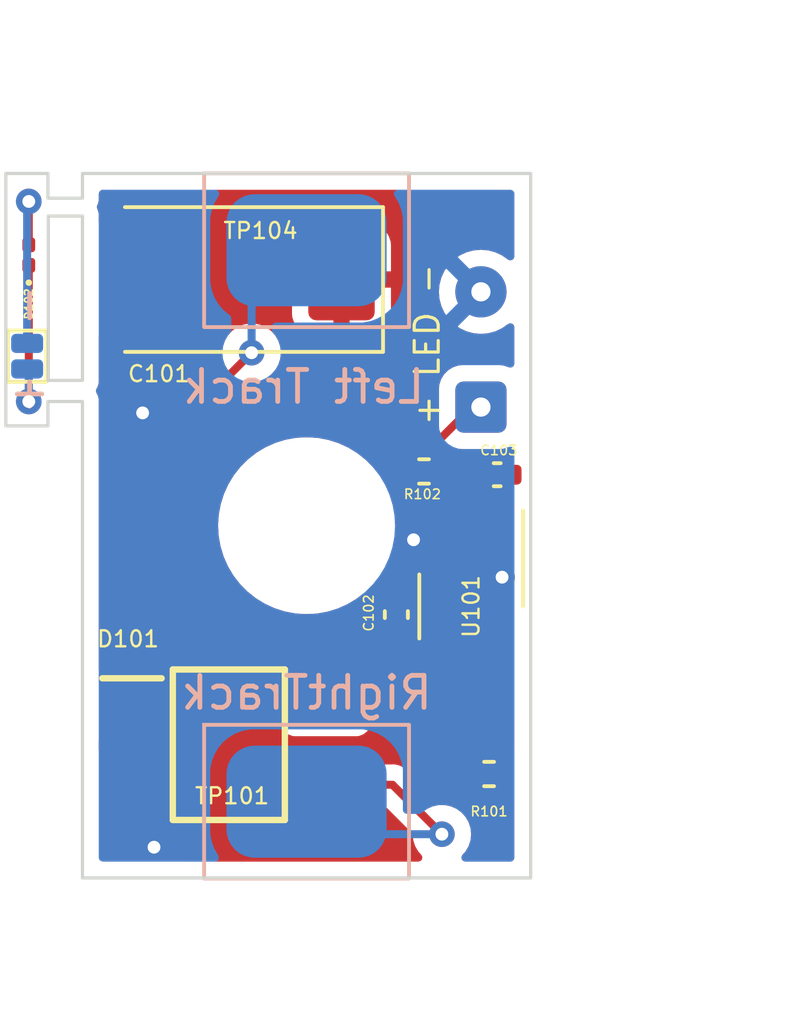
<source format=kicad_pcb>
(kicad_pcb (version 20211014) (generator pcbnew)
  (layers (0 "F.Cu" signal) (31 "B.Cu" signal) (34 "B.Paste" user) (35 "F.Paste" user) (36 "B.SilkS" user "B.Silkscreen") (37 "F.SilkS" user "F.Silkscreen") (38 "B.Mask" user) (39 "F.Mask" user) (44 "Edge.Cuts" user))
  (net 0 "")
  (net 1 "+12V")
  (net 2 "GND")
  (net 3 "Net-(C102-Pad1)")
  (net 4 "Net-(C103-Pad1)")
  (net 5 "Net-(D101-Pad3)")
  (net 6 "Net-(D101-Pad4)")
  (net 7 "Net-(D102-Pad1)")
  (net 8 "Net-(D102-Pad2)")
  (net 9 "Net-(R102-Pad1)")
  (net 10 "Net-(R102-Pad2)")
  (footprint "Pads:SolderPads_1x2_1.2mm" (layer "F.Cu") (at 140.6652 85.706)
    (fp_text reference "TP103" hide)
    (fp_text value "+  -" (at 0 -0.2 90 unlocked) (layer "B.SilkS"))
    (fp_rect (start -0.6 -0.8) (end 0.6 0.8) (layer "F.SilkS") (width 0.12) (fill none))
    (pad "1" smd roundrect (at 0 -0.4) (size 1 0.6) (layers "B.Cu" "B.Paste" "B.Mask") (net 8 "Net-(D102-Pad2)"))
    (pad "2" smd roundrect (at 0 0.4) (size 1 0.6) (layers "B.Cu" "B.Paste" "B.Mask") (net 7 "Net-(D102-Pad1)"))
  )
  (footprint "Resistor_SMD:R_0402_1005Metric" (layer "F.Cu") (at 155.0924 98.7552 180)
    (fp_text reference "R101" (at 0 -1.17) (layer "F.SilkS") (effects (font (size 0.3 0.3) (thickness 0.05))))
    (fp_text value "1M")
    (fp_line (start -0.153641 0.38) (end 0.153641 0.38) (layer "F.SilkS") (width 0.12))
    (fp_line (start -0.153641 -0.38) (end 0.153641 -0.38) (layer "F.SilkS") (width 0.12))
    (pad "1" smd roundrect (at -0.51 0 180) (size 0.54 0.64) (layers "F.Cu" "F.Paste" "F.Mask") (net 1 "+12V"))
    (pad "2" smd roundrect (at 0.51 0 180) (size 0.54 0.64) (layers "F.Cu" "F.Paste" "F.Mask") (net 4 "Net-(C103-Pad1)"))
  )
  (footprint "Capacitor_SMD:C_0402_1005Metric" (layer "F.Cu") (at 155.3464 89.408)
    (fp_text reference "C103" (at 0.0508 -0.762) (layer "F.SilkS") (effects (font (size 0.3 0.3) (thickness 0.05))))
    (fp_text value "1uf")
    (fp_line (start -0.107836 -0.36) (end 0.107836 -0.36) (layer "F.SilkS") (width 0.12))
    (fp_line (start -0.107836 0.36) (end 0.107836 0.36) (layer "F.SilkS") (width 0.12))
    (pad "1" smd roundrect (at -0.48 0) (size 0.56 0.62) (layers "F.Cu" "F.Paste" "F.Mask") (net 4 "Net-(C103-Pad1)"))
    (pad "2" smd roundrect (at 0.48 0) (size 0.56 0.62) (layers "F.Cu" "F.Paste" "F.Mask") (net 2 "GND"))
  )
  (footprint "Pads:Track Pickup Pad" (layer "F.Cu") (at 149.3924 99.6188)
    (fp_text reference "TP101" (at -2.3264 -0.1778 unlocked) (layer "F.SilkS") (effects (font (size 0.5 0.5) (thickness 0.075))))
    (fp_text value "RightTrack" (at 0 -3.4 unlocked) (layer "B.SilkS") (effects (justify mirror)))
    (fp_rect (start -3.2 -2.4) (end 3.2 2.4) (layer "B.SilkS") (width 0.12) (fill none))
    (pad "1" smd roundrect (at 0 0) (size 5 3.5) (layers "B.Cu" "B.Paste" "B.Mask") (net 5 "Net-(D101-Pad3)"))
  )
  (footprint "LED_SMD:LED_0201_0603Metric" (layer "F.Cu") (at 140.716 82.55 90)
    (fp_text reference "D102" (at -1.524 0 90) (layer "F.SilkS") (effects (font (size 0.25 0.25) (thickness 0.05))))
    (fp_text value "LED" hide)
    (fp_circle (center -0.86 0) (end -0.81 0) (layer "F.SilkS") (width 0.1) (fill none))
    (pad "1" smd roundrect (at -0.32 0 90) (size 0.46 0.4) (layers "F.Cu" "F.Mask") (net 7 "Net-(D102-Pad1)"))
    (pad "2" smd roundrect (at 0.32 0 90) (size 0.46 0.4) (layers "F.Cu" "F.Mask") (net 8 "Net-(D102-Pad2)"))
  )
  (footprint "Connector_Wire:SolderWire-0.1sqmm_1x02_P3.6mm_D0.4mm_OD1mm" (layer "F.Cu") (at 154.8384 87.2964 90)
    (fp_text reference "TP102" hide)
    (fp_text value "+ LED -" (at 1.9524 -1.6764 90) (layer "F.SilkS") (effects (font (size 0.75 0.75) (thickness 0.1))))
    (pad "1" thru_hole roundrect (at 0 0 90) (size 1.6 1.6) (drill 0.6) (layers *.Cu *.Mask) (roundrect_rratio 0.15625) (net 10 "Net-(R102-Pad2)"))
    (pad "2" thru_hole circle (at 3.6 0 90) (size 1.6 1.6) (drill 0.6) (layers *.Cu *.Mask) (net 2 "GND"))
  )
  (footprint "Package_SO:VSSOP-8_3.0x3.0mm_P0.65mm" (layer "F.Cu") (at 154.5336 93.5228 -90)
    (fp_text reference "U101" (at 0 0 90) (layer "F.SilkS") (effects (font (size 0.5 0.5) (thickness 0.075))))
    (fp_text value "LM555xMM")
    (fp_line (start 0 -1.62) (end -3 -1.62) (layer "F.SilkS") (width 0.12))
    (fp_line (start 1 1.62) (end -1 1.62) (layer "F.SilkS") (width 0.12))
    (pad "1" smd rect (at -2.2 -0.975 180) (size 0.45 1.45) (layers "F.Cu" "F.Paste" "F.Mask") (net 2 "GND"))
    (pad "2" smd rect (at -2.2 -0.325 180) (size 0.45 1.45) (layers "F.Cu" "F.Paste" "F.Mask") (net 4 "Net-(C103-Pad1)"))
    (pad "3" smd rect (at -2.2 0.325 180) (size 0.45 1.45) (layers "F.Cu" "F.Paste" "F.Mask") (net 9 "Net-(R102-Pad1)"))
    (pad "4" smd rect (at -2.2 0.975 180) (size 0.45 1.45) (layers "F.Cu" "F.Paste" "F.Mask"))
    (pad "5" smd rect (at 2.2 0.975 180) (size 0.45 1.45) (layers "F.Cu" "F.Paste" "F.Mask") (net 3 "Net-(C102-Pad1)"))
    (pad "6" smd rect (at 2.2 0.325 180) (size 0.45 1.45) (layers "F.Cu" "F.Paste" "F.Mask") (net 4 "Net-(C103-Pad1)"))
    (pad "7" smd rect (at 2.2 -0.325 180) (size 0.45 1.45) (layers "F.Cu" "F.Paste" "F.Mask") (net 4 "Net-(C103-Pad1)"))
    (pad "8" smd rect (at 2.2 -0.975 180) (size 0.45 1.45) (layers "F.Cu" "F.Paste" "F.Mask") (net 1 "+12V"))
  )
  (footprint "Pads:Track Pickup Pad" (layer "F.Cu") (at 149.3924 82.3976)
    (fp_text reference "TP104" (at -1.4374 -0.6096 unlocked) (layer "F.SilkS") (effects (font (size 0.5 0.5) (thickness 0.075))))
    (fp_text value "Left Track" (at -0.0912 4.2672 unlocked) (layer "B.SilkS") (effects (justify mirror)))
    (fp_rect (start -3.2 -2.4) (end 3.2 2.4) (layer "B.SilkS") (width 0.12) (fill none))
    (pad "1" smd roundrect (at 0 0) (size 5 3.5) (layers "B.Cu" "B.Paste" "B.Mask") (net 6 "Net-(D101-Pad4)"))
  )
  (footprint "MountingHole:MountingHole_4.5mm" (layer "F.Cu") (at 149.3924 91)
    (fp_text reference "REF**" hide)
    (fp_text value "MountingHole_4.5mm" hide)
    (pad "" np_thru_hole circle (at 0 0) (size 4.5 4.5) (drill 4.5) (layers *.Cu *.Mask))
  )
  (footprint "Capacitor_Tantalum_SMD:CP_EIA-7343-43_Kemet-X" (layer "F.Cu") (at 147.3708 83.312 180)
    (fp_text reference "C101" (at 2.5908 -2.9464) (layer "F.SilkS") (effects (font (size 0.5 0.5) (thickness 0.075))))
    (fp_text value "100uf 25V")
    (fp_line (start -4.41 2.26) (end 3.65 2.26) (layer "F.SilkS") (width 0.12))
    (fp_line (start 3.65 -2.26) (end -4.41 -2.26) (layer "F.SilkS") (width 0.12))
    (fp_line (start -4.41 -2.26) (end -4.41 2.26) (layer "F.SilkS") (width 0.12))
    (pad "1" smd roundrect (at -3.1125 0 180) (size 2.075 2.55) (layers "F.Cu" "F.Paste" "F.Mask") (roundrect_rratio 0.120482) (net 1 "+12V"))
    (pad "2" smd roundrect (at 3.1125 0 180) (size 2.075 2.55) (layers "F.Cu" "F.Paste" "F.Mask") (roundrect_rratio 0.120482) (net 2 "GND"))
  )
  (footprint "Capacitor_SMD:C_0402_1005Metric" (layer "F.Cu") (at 152.1968 93.7768 90)
    (fp_text reference "C102" (at 0.0508 -0.8636 90) (layer "F.SilkS") (effects (font (size 0.3 0.3) (thickness 0.05))))
    (fp_text value ".01uf")
    (fp_line (start -0.107836 0.36) (end 0.107836 0.36) (layer "F.SilkS") (width 0.12))
    (fp_line (start -0.107836 -0.36) (end 0.107836 -0.36) (layer "F.SilkS") (width 0.12))
    (pad "1" smd roundrect (at -0.48 0 90) (size 0.56 0.62) (layers "F.Cu" "F.Paste" "F.Mask") (net 3 "Net-(C102-Pad1)"))
    (pad "2" smd roundrect (at 0.48 0 90) (size 0.56 0.62) (layers "F.Cu" "F.Paste" "F.Mask") (net 2 "GND"))
  )
  (footprint "Resistor_SMD:R_0402_1005Metric" (layer "F.Cu") (at 153.0604 89.3064 180)
    (fp_text reference "R102" (at 0.0508 -0.7112) (layer "F.SilkS") (effects (font (size 0.3 0.3) (thickness 0.05))))
    (fp_text value "1K5")
    (fp_line (start -0.153641 0.38) (end 0.153641 0.38) (layer "F.SilkS") (width 0.12))
    (fp_line (start -0.153641 -0.38) (end 0.153641 -0.38) (layer "F.SilkS") (width 0.12))
    (pad "1" smd roundrect (at -0.51 0 180) (size 0.54 0.64) (layers "F.Cu" "F.Paste" "F.Mask") (net 9 "Net-(R102-Pad1)"))
    (pad "2" smd roundrect (at 0.51 0 180) (size 0.54 0.64) (layers "F.Cu" "F.Paste" "F.Mask") (net 10 "Net-(R102-Pad2)"))
  )
  (footprint "CBRHD-04_TR13_PBFRE:SOP250P700X290-4N" (layer "F.Cu") (at 146.9644 97.8408)
    (fp_text reference "D101" (at -3.1496 -3.302) (layer "F.SilkS") (effects (font (size 0.5 0.5) (thickness 0.075))))
    (fp_text value "CBRHD-04" hide)
    (fp_line (start 1.75 -2.35) (end 1.75 2.35) (layer "F.SilkS") (width 0.2))
    (fp_line (start -1.75 2.35) (end -1.75 -2.35) (layer "F.SilkS") (width 0.2))
    (fp_line (start -1.75 -2.35) (end 1.75 -2.35) (layer "F.SilkS") (width 0.2))
    (fp_line (start 1.75 2.35) (end -1.75 2.35) (layer "F.SilkS") (width 0.2))
    (fp_line (start -3.95 -2.075) (end -2.1 -2.075) (layer "F.SilkS") (width 0.2))
    (pad "1" smd rect locked (at -3.025 -1.25 90) (size 0.95 1.85) (layers "F.Cu" "F.Paste" "F.Mask") (net 1 "+12V"))
    (pad "2" smd rect locked (at -3.025 1.25 90) (size 0.95 1.85) (layers "F.Cu" "F.Paste" "F.Mask") (net 2 "GND"))
    (pad "3" smd rect locked (at 3.025 1.25 90) (size 0.95 1.85) (layers "F.Cu" "F.Paste" "F.Mask") (net 5 "Net-(D101-Pad3)"))
    (pad "4" smd rect locked (at 3.025 -1.25 90) (size 0.95 1.85) (layers "F.Cu" "F.Paste" "F.Mask") (net 6 "Net-(D101-Pad4)"))
  )
  (gr_line (start 141.31379 80) (end 140 80) (layer "Edge.Cuts") (width 0.1))
  (gr_line (start 140 80) (end 140 87.88275) (layer "Edge.Cuts") (width 0.1))
  (gr_line (start 142.3924 81.3308) (end 141.3256 81.3308) (layer "Edge.Cuts") (width 0.1))
  (gr_line (start 142.3924 87.122) (end 141.31379 87.122) (layer "Edge.Cuts") (width 0.1))
  (gr_line (start 140 87.88275) (end 141.31379 87.88275) (layer "Edge.Cuts") (width 0.1))
  (gr_line (start 142.3924 86.4616) (end 141.3256 86.4616) (layer "Edge.Cuts") (width 0.1))
  (gr_line (start 141.31379 80.772) (end 141.31379 80) (layer "Edge.Cuts") (width 0.1))
  (gr_line (start 141.31379 87.88275) (end 141.31379 87.122) (layer "Edge.Cuts") (width 0.1))
  (gr_line (start 142.3924 102) (end 142.3924 87.122) (layer "Edge.Cuts") (width 0.1))
  (gr_line (start 142.3924 80.772) (end 141.31379 80.772) (layer "Edge.Cuts") (width 0.1))
  (gr_line (start 142.3924 80.772) (end 142.3924 80) (layer "Edge.Cuts") (width 0.1))
  (gr_line (start 141.3256 86.4616) (end 141.3256 81.3308) (layer "Edge.Cuts") (width 0.1))
  (gr_line (start 142.3924 80) (end 156.3924 80) (layer "Edge.Cuts") (width 0.1))
  (gr_line (start 156.3924 80) (end 156.3924 102) (layer "Edge.Cuts") (width 0.1))
  (gr_line (start 156.3924 102) (end 142.3924 102) (layer "Edge.Cuts") (width 0.1))
  (gr_line (start 142.3924 86.4616) (end 142.3924 81.3308) (layer "Edge.Cuts") (width 0.1))
  (segment (start 155.6024 98.7552) (end 155.5086 98.6614) (width 0.25) (layer "F.Cu") (net 1))
  (segment (start 155.5086 98.6614) (end 155.5086 95.7228) (width 0.25) (layer "F.Cu") (net 1))
  (segment (start 155.5086 92.5986) (end 155.4988 92.6084) (width 0.25) (layer "F.Cu") (net 2))
  (segment (start 144.2583 83.312) (end 144.2583 87.4639) (width 0.25) (layer "F.Cu") (net 2))
  (segment (start 155.5086 91.3228) (end 155.5086 92.5986) (width 0.25) (layer "F.Cu") (net 2))
  (segment (start 143.9394 99.0908) (end 143.9394 100.353) (width 0.25) (layer "F.Cu") (net 2))
  (segment (start 143.9394 100.353) (end 144.6276 101.0412) (width 0.25) (layer "F.Cu") (net 2))
  (segment (start 155.5086 91.3228) (end 155.5086 89.7258) (width 0.25) (layer "F.Cu") (net 2))
  (segment (start 152.654 92.8396) (end 152.1968 93.2968) (width 0.25) (layer "F.Cu") (net 2))
  (segment (start 152.734098 91.44) (end 152.654 91.520098) (width 0.25) (layer "F.Cu") (net 2))
  (segment (start 155.5086 89.7258) (end 155.8264 89.408) (width 0.25) (layer "F.Cu") (net 2))
  (segment (start 144.2583 87.4639) (end 144.272 87.4776) (width 0.25) (layer "F.Cu") (net 2))
  (segment (start 152.654 91.520098) (end 152.654 92.8396) (width 0.25) (layer "F.Cu") (net 2))
  (via (at 152.734098 91.44) (size 0.8) (drill 0.4) (layers "F.Cu" "B.Cu") (net 2))
  (via (at 144.6276 101.0412) (size 0.8) (drill 0.4) (layers "F.Cu" "B.Cu") (net 2))
  (via (at 144.272 87.4776) (size 0.8) (drill 0.4) (layers "F.Cu" "B.Cu") (net 2))
  (via (at 155.4988 92.6084) (size 0.8) (drill 0.4) (layers "F.Cu" "B.Cu") (net 2))
  (segment (start 152.1968 94.361) (end 153.5586 95.7228) (width 0.25) (layer "F.Cu") (net 3))
  (segment (start 152.1968 94.2568) (end 152.1968 94.361) (width 0.25) (layer "F.Cu") (net 3))
  (segment (start 154.8664 89.408) (end 154.8664 91.315) (width 0.25) (layer "F.Cu") (net 4))
  (segment (start 154.8586 91.3228) (end 154.774289 91.407111) (width 0.25) (layer "F.Cu") (net 4))
  (segment (start 154.8586 98.479) (end 154.8586 95.7228) (width 0.25) (layer "F.Cu") (net 4))
  (segment (start 154.774289 91.407111) (end 154.774289 95.638489) (width 0.25) (layer "F.Cu") (net 4))
  (segment (start 154.774289 95.638489) (end 154.8586 95.7228) (width 0.25) (layer "F.Cu") (net 4))
  (segment (start 154.2086 95.7228) (end 154.8586 95.7228) (width 0.25) (layer "F.Cu") (net 4))
  (segment (start 154.5824 98.7552) (end 154.8586 98.479) (width 0.25) (layer "F.Cu") (net 4))
  (segment (start 154.8664 91.315) (end 154.8586 91.3228) (width 0.25) (layer "F.Cu") (net 4))
  (segment (start 152.0752 99.0908) (end 153.6192 100.6348) (width 0.25) (layer "F.Cu") (net 5))
  (segment (start 149.9894 99.0908) (end 152.0752 99.0908) (width 0.25) (layer "F.Cu") (net 5))
  (via (at 153.6192 100.6348) (size 0.8) (drill 0.4) (layers "F.Cu" "B.Cu") (net 5))
  (segment (start 150.4084 100.6348) (end 149.3924 99.6188) (width 0.25) (layer "B.Cu") (net 5))
  (segment (start 153.6192 100.6348) (end 150.4084 100.6348) (width 0.25) (layer "B.Cu") (net 5))
  (segment (start 149.9894 96.5908) (end 148.102 96.5908) (width 0.25) (layer "F.Cu") (net 6))
  (segment (start 148.102 96.5908) (end 145.4404 93.9292) (width 0.25) (layer "F.Cu") (net 6))
  (segment (start 145.4404 87.8332) (end 147.6756 85.598) (width 0.25) (layer "F.Cu") (net 6))
  (segment (start 145.4404 93.9292) (end 145.4404 87.8332) (width 0.25) (layer "F.Cu") (net 6))
  (via (at 147.6756 85.598) (size 0.8) (drill 0.4) (layers "F.Cu" "B.Cu") (net 6))
  (segment (start 147.6756 84.1144) (end 149.3924 82.3976) (width 0.25) (layer "B.Cu") (net 6))
  (segment (start 147.6756 85.598) (end 147.6756 84.1144) (width 0.25) (layer "B.Cu") (net 6))
  (segment (start 140.716 82.87) (end 140.716 87.122) (width 0.25) (layer "F.Cu") (net 7))
  (via (at 140.716 87.122) (size 0.8) (drill 0.4) (layers "F.Cu" "B.Cu") (net 7))
  (segment (start 140.716 87.122) (end 140.716 86.1568) (width 0.25) (layer "B.Cu") (net 7))
  (segment (start 140.716 86.1568) (end 140.6652 86.106) (width 0.25) (layer "B.Cu") (net 7))
  (segment (start 140.716 80.8736) (end 140.716 82.23) (width 0.25) (layer "F.Cu") (net 8))
  (via (at 140.716 80.8736) (size 0.8) (drill 0.4) (layers "F.Cu" "B.Cu") (net 8))
  (segment (start 140.6652 80.9244) (end 140.716 80.8736) (width 0.25) (layer "B.Cu") (net 8))
  (segment (start 140.6652 85.306) (end 140.6652 80.9244) (width 0.25) (layer "B.Cu") (net 8))
  (segment (start 154.2086 89.9446) (end 153.5704 89.3064) (width 0.25) (layer "F.Cu") (net 9))
  (segment (start 154.2086 91.3228) (end 154.2086 89.9446) (width 0.25) (layer "F.Cu") (net 9))
  (segment (start 152.5504 89.3064) (end 154.5604 87.2964) (width 0.25) (layer "F.Cu") (net 10))
  (segment (start 154.5604 87.2964) (end 154.8384 87.2964) (width 0.25) (layer "F.Cu") (net 10))
  (zone (net 1) (net_name "+12V") (layer "F.Cu") (connect_pads (clearance 0.508)) (min_thickness 0.254) (fill yes (thermal_gap 0.508) (thermal_bridge_width 0.508))
    (polygon (pts (xy 156.464 80.1116) (xy 156.3624 102.108) (xy 142.3924 102.0064) (xy 142.3924 80.01) (xy 142.3924 79.9084)))
  )
  (zone (net 2) (net_name "GND") (layer "B.Cu") (connect_pads (clearance 0.508)) (min_thickness 0.254) (fill yes (thermal_gap 0.508) (thermal_bridge_width 0.508))
    (polygon (pts (xy 156.2608 80.1624) (xy 156.3624 102.108) (xy 142.3924 102.0572) (xy 142.4432 79.9084)))
  )
)
</source>
